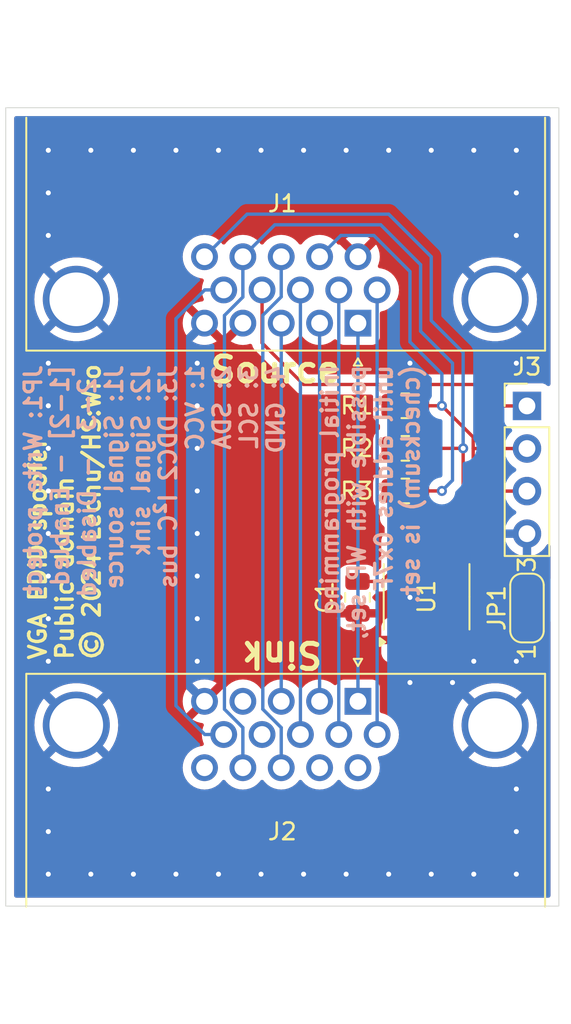
<source format=kicad_pcb>
(kicad_pcb (version 20240108) (generator "pcbnew") (generator_version "8.0")
  (layers (0 "F.Cu" signal) (31 "B.Cu" signal) (34 "B.Paste" user) (35 "F.Paste" user) (36 "B.SilkS" user "B.Silkscreen") (37 "F.SilkS" user "F.Silkscreen") (38 "B.Mask" user) (39 "F.Mask" user) (44 "Edge.Cuts" user))
  (net 0 "")
  (net 1 "+5V")
  (net 2 "SCL")
  (net 3 "SDA")
  (net 4 "GND")
  (net 5 "VSYNC")
  (net 6 "HSYNC")
  (net 12 "/R")
  (net 13 "/B")
  (net 14 "/G")
  (net 15 "/SRTN")
  (net 16 "/RRTN")
  (net 17 "/GRTN")
  (net 18 "/BRTN")
  (net 19 "/WP")
  (footprint "Connector_Dsub:DSUB-15-HD_Female_Horizontal_P2.29x1.98mm_EdgePinOffset8.35mm_Housed_MountingHolesOffset10.89mm" (layer "F.Cu") (at 38.805 55.73)
    (property "Reference" "J2" (at -4.515 7.77 0) (layer "F.SilkS"))
    (property "Value" "DE15_Receptacle_HighDensity_MountingHoles")
    (fp_line (start -19.8 -1.64) (end 11.17 -1.64) (stroke (width 0.12)) (layer "F.SilkS"))
    (fp_line (start -19.8 12.25) (end -19.8 -1.64) (stroke (width 0.12)) (layer "F.SilkS"))
    (fp_line (start -0.25 -2.534338) (end 0.25 -2.534338) (stroke (width 0.12)) (layer "F.SilkS"))
    (fp_line (start 0 -2.101325) (end -0.25 -2.534338) (stroke (width 0.12)) (layer "F.SilkS"))
    (fp_line (start 0.25 -2.534338) (end 0 -2.101325) (stroke (width 0.12)) (layer "F.SilkS"))
    (fp_line (start 11.17 -1.64) (end 11.17 12.25) (stroke (width 0.12)) (layer "F.SilkS"))
    (pad "0" thru_hole circle (at -16.815 1.42) (size 4 4) (drill 3.2) (layers "*.Cu" "*.Mask") (net 4 "GND"))
    (pad "0" thru_hole circle (at 8.185 1.42) (size 4 4) (drill 3.2) (layers "*.Cu" "*.Mask") (net 4 "GND"))
    (pad "1" thru_hole rect (at 0 0) (size 1.6 1.6) (drill 1) (layers "*.Cu" "*.Mask") (net 12 "/R"))
    (pad "2" thru_hole circle (at -2.29 0) (size 1.6 1.6) (drill 1) (layers "*.Cu" "*.Mask") (net 14 "/G"))
    (pad "3" thru_hole circle (at -4.58 0) (size 1.6 1.6) (drill 1) (layers "*.Cu" "*.Mask") (net 13 "/B"))
    (pad "4" thru_hole circle (at -6.87 0) (size 1.6 1.6) (drill 1) (layers "*.Cu" "*.Mask"))
    (pad "5" thru_hole circle (at -9.16 0) (size 1.6 1.6) (drill 1) (layers "*.Cu" "*.Mask") (net 4 "GND"))
    (pad "6" thru_hole circle (at 1.145 1.98) (size 1.6 1.6) (drill 1) (layers "*.Cu" "*.Mask") (net 16 "/RRTN"))
    (pad "7" thru_hole circle (at -1.145 1.98) (size 1.6 1.6) (drill 1) (layers "*.Cu" "*.Mask") (net 17 "/GRTN"))
    (pad "8" thru_hole circle (at -3.435 1.98) (size 1.6 1.6) (drill 1) (layers "*.Cu" "*.Mask") (net 18 "/BRTN"))
    (pad "9" thru_hole circle (at -5.725 1.98) (size 1.6 1.6) (drill 1) (layers "*.Cu" "*.Mask"))
    (pad "10" thru_hole circle (at -8.015 1.98) (size 1.6 1.6) (drill 1) (layers "*.Cu" "*.Mask") (net 15 "/SRTN"))
    (pad "11" thru_hole circle (at 0 3.96) (size 1.6 1.6) (drill 1) (layers "*.Cu" "*.Mask"))
    (pad "12" thru_hole circle (at -2.29 3.96) (size 1.6 1.6) (drill 1) (layers "*.Cu" "*.Mask"))
    (pad "13" thru_hole circle (at -4.58 3.96) (size 1.6 1.6) (drill 1) (layers "*.Cu" "*.Mask") (net 6 "HSYNC"))
    (pad "14" thru_hole circle (at -6.87 3.96) (size 1.6 1.6) (drill 1) (layers "*.Cu" "*.Mask") (net 5 "VSYNC"))
    (pad "15" thru_hole circle (at -9.16 3.96) (size 1.6 1.6) (drill 1) (layers "*.Cu" "*.Mask"))
  )
  (footprint "Resistor_SMD:R_0805_2012Metric" (layer "F.Cu") (at 41.6325 38.1)
    (property "Reference" "R1" (at -2.8975 0 0) (layer "F.SilkS"))
    (property "Value" "10k")
    (fp_line (start -0.227064 -0.735) (end 0.227064 -0.735) (stroke (width 0.12)) (layer "F.SilkS"))
    (fp_line (start -0.227064 0.735) (end 0.227064 0.735) (stroke (width 0.12)) (layer "F.SilkS"))
    (pad "1" smd roundrect (at -0.9125 0) (size 1.025 1.4) (layers "F.Cu" "F.Paste" "F.Mask") (roundrect_rratio 0.243902) (net 1 "+5V"))
    (pad "2" smd roundrect (at 0.9125 0) (size 1.025 1.4) (layers "F.Cu" "F.Paste" "F.Mask") (roundrect_rratio 0.243902) (net 3 "SDA"))
  )
  (footprint "Resistor_SMD:R_0805_2012Metric" (layer "F.Cu") (at 41.6325 40.64)
    (property "Reference" "R2" (at -2.8975 0 0) (layer "F.SilkS"))
    (property "Value" "10k")
    (fp_line (start -0.227064 -0.735) (end 0.227064 -0.735) (stroke (width 0.12)) (layer "F.SilkS"))
    (fp_line (start -0.227064 0.735) (end 0.227064 0.735) (stroke (width 0.12)) (layer "F.SilkS"))
    (pad "1" smd roundrect (at -0.9125 0) (size 1.025 1.4) (layers "F.Cu" "F.Paste" "F.Mask") (roundrect_rratio 0.243902) (net 1 "+5V"))
    (pad "2" smd roundrect (at 0.9125 0) (size 1.025 1.4) (layers "F.Cu" "F.Paste" "F.Mask") (roundrect_rratio 0.243902) (net 2 "SCL"))
  )
  (footprint "Resistor_SMD:R_0805_2012Metric" (layer "F.Cu") (at 41.6325 43.18)
    (property "Reference" "R3" (at -2.8975 0 0) (layer "F.SilkS"))
    (property "Value" "10k")
    (fp_line (start -0.227064 -0.735) (end 0.227064 -0.735) (stroke (width 0.12)) (layer "F.SilkS"))
    (fp_line (start -0.227064 0.735) (end 0.227064 0.735) (stroke (width 0.12)) (layer "F.SilkS"))
    (pad "1" smd roundrect (at -0.9125 0) (size 1.025 1.4) (layers "F.Cu" "F.Paste" "F.Mask") (roundrect_rratio 0.243902) (net 1 "+5V"))
    (pad "2" smd roundrect (at 0.9125 0) (size 1.025 1.4) (layers "F.Cu" "F.Paste" "F.Mask") (roundrect_rratio 0.243902) (net 5 "VSYNC"))
  )
  (footprint "Capacitor_SMD:C_0805_2012Metric" (layer "F.Cu") (at 38.7775 49.53 -90)
    (property "Reference" "C1" (at 0 1.9475 90) (layer "F.SilkS"))
    (property "Value" "100n")
    (fp_line (start -0.261252 0.735) (end 0.261252 0.735) (stroke (width 0.12)) (layer "F.SilkS"))
    (fp_line (start -0.261252 -0.735) (end 0.261252 -0.735) (stroke (width 0.12)) (layer "F.SilkS"))
    (pad "1" smd roundrect (at -0.95 0 270) (size 1 1.45) (layers "F.Cu" "F.Paste" "F.Mask") (net 1 "+5V"))
    (pad "2" smd roundrect (at 0.95 0 270) (size 1 1.45) (layers "F.Cu" "F.Paste" "F.Mask") (net 4 "GND"))
  )
  (footprint "Package_SO:SO-8_3.9x4.9mm_P1.27mm" (layer "F.Cu") (at 42.9025 49.495 90)
    (property "Reference" "U1" (at 0 0 90) (layer "F.SilkS"))
    (property "Value" "24LCS22A")
    (fp_line (start 0 -2.56) (end 1.95 -2.56) (stroke (width 0.12)) (layer "F.SilkS"))
    (fp_line (start 0 -2.56) (end -1.95 -2.56) (stroke (width 0.12)) (layer "F.SilkS"))
    (fp_line (start 0 2.56) (end 1.95 2.56) (stroke (width 0.12)) (layer "F.SilkS"))
    (fp_line (start 0 2.56) (end -1.95 2.56) (stroke (width 0.12)) (layer "F.SilkS"))
    (fp_poly (pts (xy -2.7 -2.465) (xy -2.94 -2.795) (xy -2.46 -2.795) (xy -2.7 -2.465)) (stroke (width 0.12)) (fill solid) (layer "F.SilkS"))
    (pad "1" smd roundrect (at -2.575 -1.905 90) (size 1.75 0.6) (layers "F.Cu" "F.Paste" "F.Mask") (net 4 "GND"))
    (pad "2" smd roundrect (at -2.575 -0.635 90) (size 1.75 0.6) (layers "F.Cu" "F.Paste" "F.Mask") (net 4 "GND"))
    (pad "3" smd roundrect (at -2.575 0.635 90) (size 1.75 0.6) (layers "F.Cu" "F.Paste" "F.Mask") (net 19 "/WP"))
    (pad "4" smd roundrect (at -2.575 1.905 90) (size 1.75 0.6) (layers "F.Cu" "F.Paste" "F.Mask") (net 4 "GND"))
    (pad "5" smd roundrect (at 2.575 1.905 90) (size 1.75 0.6) (layers "F.Cu" "F.Paste" "F.Mask") (net 3 "SDA"))
    (pad "6" smd roundrect (at 2.575 0.635 90) (size 1.75 0.6) (layers "F.Cu" "F.Paste" "F.Mask") (net 2 "SCL"))
    (pad "7" smd roundrect (at 2.575 -0.635 90) (size 1.75 0.6) (layers "F.Cu" "F.Paste" "F.Mask") (net 5 "VSYNC"))
    (pad "8" smd roundrect (at 2.575 -1.905 90) (size 1.75 0.6) (layers "F.Cu" "F.Paste" "F.Mask") (net 1 "+5V"))
  )
  (footprint "Connector_Dsub:DSUB-15-HD_Male_Horizontal_P2.29x1.98mm_EdgePinOffset8.35mm_Housed_MountingHolesOffset10.89mm" (layer "F.Cu") (at 38.805 33.17 180)
    (property "Reference" "J1" (at 4.515 7.135 0) (layer "F.SilkS"))
    (property "Value" "DE15_Plug_HighDensity_MountingHoles")
    (fp_line (start 19.8 -1.64) (end 19.8 12.25) (stroke (width 0.12)) (layer "F.SilkS"))
    (fp_line (start 0.25 -2.534338) (end 0 -2.101325) (stroke (width 0.12)) (layer "F.SilkS"))
    (fp_line (start 0 -2.101325) (end -0.25 -2.534338) (stroke (width 0.12)) (layer "F.SilkS"))
    (fp_line (start -0.25 -2.534338) (end 0.25 -2.534338) (stroke (width 0.12)) (layer "F.SilkS"))
    (fp_line (start -11.17 12.25) (end -11.17 -1.64) (stroke (width 0.12)) (layer "F.SilkS"))
    (fp_line (start -11.17 -1.64) (end 19.8 -1.64) (stroke (width 0.12)) (layer "F.SilkS"))
    (pad "0" thru_hole circle (at -8.185 1.42 180) (size 4 4) (drill 3.2) (layers "*.Cu" "*.Mask") (net 4 "GND"))
    (pad "0" thru_hole circle (at 16.815 1.42 180) (size 4 4) (drill 3.2) (layers "*.Cu" "*.Mask") (net 4 "GND"))
    (pad "1" thru_hole rect (at 0 0 180) (size 1.6 1.6) (drill 1) (layers "*.Cu" "*.Mask") (net 12 "/R"))
    (pad "2" thru_hole circle (at 2.29 0 180) (size 1.6 1.6) (drill 1) (layers "*.Cu" "*.Mask") (net 14 "/G"))
    (pad "3" thru_hole circle (at 4.58 0 180) (size 1.6 1.6) (drill 1) (layers "*.Cu" "*.Mask") (net 13 "/B"))
    (pad "4" thru_hole circle (at 6.87 0 180) (size 1.6 1.6) (drill 1) (layers "*.Cu" "*.Mask") (net 4 "GND"))
    (pad "5" thru_hole circle (at 9.16 0 180) (size 1.6 1.6) (drill 1) (layers "*.Cu" "*.Mask") (net 4 "GND"))
    (pad "6" thru_hole circle (at -1.145 1.98 180) (size 1.6 1.6) (drill 1) (layers "*.Cu" "*.Mask") (net 16 "/RRTN"))
    (pad "7" thru_hole circle (at 1.145 1.98 180) (size 1.6 1.6) (drill 1) (layers "*.Cu" "*.Mask") (net 17 "/GRTN"))
    (pad "8" thru_hole circle (at 3.435 1.98 180) (size 1.6 1.6) (drill 1) (layers "*.Cu" "*.Mask") (net 18 "/BRTN"))
    (pad "9" thru_hole circle (at 5.725 1.98 180) (size 1.6 1.6) (drill 1) (layers "*.Cu" "*.Mask") (net 1 "+5V"))
    (pad "10" thru_hole circle (at 8.015 1.98 180) (size 1.6 1.6) (drill 1) (layers "*.Cu" "*.Mask") (net 15 "/SRTN"))
    (pad "11" thru_hole circle (at 0 3.96 180) (size 1.6 1.6) (drill 1) (layers "*.Cu" "*.Mask") (net 4 "GND"))
    (pad "12" thru_hole circle (at 2.29 3.96 180) (size 1.6 1.6) (drill 1) (layers "*.Cu" "*.Mask") (net 3 "SDA"))
    (pad "13" thru_hole circle (at 4.58 3.96 180) (size 1.6 1.6) (drill 1) (layers "*.Cu" "*.Mask") (net 6 "HSYNC"))
    (pad "14" thru_hole circle (at 6.87 3.96 180) (size 1.6 1.6) (drill 1) (layers "*.Cu" "*.Mask") (net 5 "VSYNC"))
    (pad "15" thru_hole circle (at 9.16 3.96 180) (size 1.6 1.6) (drill 1) (layers "*.Cu" "*.Mask") (net 2 "SCL"))
  )
  (footprint "Connector_PinHeader_2.54mm:PinHeader_1x04_P2.54mm_Vertical" (layer "F.Cu") (at 48.895 38.11)
    (property "Reference" "J3" (at 0 -2.33 0) (layer "F.SilkS"))
    (property "Value" "Conn_01x04")
    (fp_line (start -1.33 -1.33) (end 0 -1.33) (stroke (width 0.12)) (layer "F.SilkS"))
    (fp_line (start -1.33 0) (end -1.33 -1.33) (stroke (width 0.12)) (layer "F.SilkS"))
    (fp_line (start -1.33 1.27) (end -1.33 8.95) (stroke (width 0.12)) (layer "F.SilkS"))
    (fp_line (start -1.33 1.27) (end 1.33 1.27) (stroke (width 0.12)) (layer "F.SilkS"))
    (fp_line (start -1.33 8.95) (end 1.33 8.95) (stroke (width 0.12)) (layer "F.SilkS"))
    (fp_line (start 1.33 1.27) (end 1.33 8.95) (stroke (width 0.12)) (layer "F.SilkS"))
    (pad "1" thru_hole rect (at 0 0) (size 1.7 1.7) (drill 1) (layers "*.Cu" "*.Mask") (net 1 "+5V"))
    (pad "2" thru_hole oval (at 0 2.54) (size 1.7 1.7) (drill 1) (layers "*.Cu" "*.Mask") (net 3 "SDA"))
    (pad "3" thru_hole oval (at 0 5.08) (size 1.7 1.7) (drill 1) (layers "*.Cu" "*.Mask") (net 2 "SCL"))
    (pad "4" thru_hole oval (at 0 7.62) (size 1.7 1.7) (drill 1) (layers "*.Cu" "*.Mask") (net 4 "GND"))
  )
  (footprint "Jumper:SolderJumper-3_P1.3mm_Bridged12_RoundedPad1.0x1.5mm_NumberLabels" (layer "F.Cu") (at 48.895 50.165 90)
    (property "Reference" "JP1" (at 0 -1.8 90) (layer "F.SilkS"))
    (property "Value" "SolderJumper_3_Bridged12")
    (fp_poly (pts (xy -0.9 -0.3) (xy -0.4 -0.3) (xy -0.4 0.3) (xy -0.9 0.3)) (fill solid) (layer "F.Cu"))
    (fp_line (start -1.4 -1) (end 1.4 -1) (stroke (width 0.12)) (layer "F.SilkS"))
    (fp_line (start 2.05 -0.3) (end 2.05 0.3) (stroke (width 0.12)) (layer "F.SilkS"))
    (fp_line (start -2.05 0.3) (end -2.05 -0.3) (stroke (width 0.12)) (layer "F.SilkS"))
    (fp_line (start 1.4 1) (end -1.4 1) (stroke (width 0.12)) (layer "F.SilkS"))
    (fp_arc (start 1.35 -1) (mid 1.844975 -0.794975) (end 2.05 -0.3) (stroke (width 0.12)) (layer "F.SilkS"))
    (fp_arc (start -2.05 -0.3) (mid -1.844975 -0.794975) (end -1.35 -1) (stroke (width 0.12)) (layer "F.SilkS"))
    (fp_arc (start 2.05 0.3) (mid 1.844975 0.794975) (end 1.35 1) (stroke (width 0.12)) (layer "F.SilkS"))
    (fp_arc (start -1.35 1) (mid -1.844975 0.794975) (end -2.05 0.3) (stroke (width 0.12)) (layer "F.SilkS"))
    (fp_text user "1" (at -2.6 0 90) (layer "F.SilkS"))
    (fp_text user "3" (at 2.6 0 90) (layer "F.SilkS"))
    (pad "1" smd custom (at -1.3 0 90) (size 1 0.5) (layers "F.Cu" "F.Mask") (net 4 "GND") (options (clearance outline) (anchor rect)) (primitives (gr_poly (pts (xy 0.55 0.75) (xy 0 0.75) (xy 0 -0.75) (xy 0.55 -0.75)) (width 0) (fill yes)) (gr_circle (center 0 0.25) (end 0.5 0.25) (width 0) (fill yes)) (gr_circle (center 0 -0.25) (end 0.5 -0.25) (width 0) (fill yes))))
    (pad "2" smd rect (at 0 0 90) (size 1 1.5) (layers "F.Cu" "F.Mask") (net 19 "/WP"))
    (pad "3" smd custom (at 1.3 0 90) (size 1 0.5) (layers "F.Cu" "F.Mask") (net 1 "+5V") (options (clearance outline) (anchor rect)) (primitives (gr_circle (center 0 0.25) (end 0.5 0.25) (width 0) (fill yes)) (gr_circle (center 0 -0.25) (end 0.5 -0.25) (width 0) (fill yes)) (gr_poly (pts (xy 0 0.75) (xy -0.55 0.75) (xy -0.55 -0.75) (xy 0 -0.75)) (width 0) (fill yes))))
  )
  (gr_rect (start 17.78 20.32) (end 50.8 67.945) (stroke (width 0.05)) (fill none) (layer "Edge.Cuts"))
  (gr_text "JP1: Write protect\n[1-2] - Enabled\n 2-3  - Disabled\nJ1: Signal source\nJ2: Signal sink\nJ3: DDC2 I²C bus\n1: VCC\n2: SDA\n3: SCL\n4: GND\n\nInitial programming\npossible with WP set,\nuntil addres 0x7F\n(checksum) is set." (at 42.545 35.56 90) (layer "B.SilkS") (effects (font (size 1 1) (thickness 0.2) (bold yes)) (justify left bottom mirror)))
  (gr_text "Sink" (at 36.83 52.07 180) (layer "F.SilkS") (effects (font (size 1.5 1.5) (thickness 0.3) (bold yes)) (justify left bottom)))
  (gr_text "VGA EDID spoofer\nPublic domain\n© 2024 Lechu/HS:Wro" (at 23.495 53.34 90) (layer "F.SilkS") (effects (font (size 1 1) (thickness 0.2) (bold yes)) (justify left bottom)))
  (gr_text "Source" (at 29.845 36.83 0) (layer "F.SilkS") (effects (font (size 1.5 1.5) (thickness 0.3) (bold yes)) (justify left bottom)))
  (segment (start 38.7775 48.58) (end 40.212499 48.58) (width 0.2) (layer "F.Cu") (net 1))
  (segment (start 40.72 36.83) (end 35.56 36.83) (width 0.2) (layer "F.Cu") (net 1))
  (segment (start 33.08 34.35) (end 35.56 36.83) (width 0.2) (layer "F.Cu") (net 1))
  (segment (start 40.9975 45.085) (end 40.9975 46.92) (width 0.2) (layer "F.Cu") (net 1))
  (segment (start 47 38.11) (end 48.895 38.11) (width 0.2) (layer "F.Cu") (net 1))
  (segment (start 40.212499 48.58) (end 40.9975 47.794999) (width 0.2) (layer "F.Cu") (net 1))
  (segment (start 40.9975 47.794999) (end 40.9975 46.92) (width 0.2) (layer "F.Cu") (net 1))
  (segment (start 40.72 44.8075) (end 40.9975 45.085) (width 0.2) (layer "F.Cu") (net 1))
  (segment (start 45.72 36.83) (end 40.72 36.83) (width 0.2) (layer "F.Cu") (net 1))
  (segment (start 40.72 43.18) (end 40.72 44.8075) (width 0.2) (layer "F.Cu") (net 1))
  (segment (start 45.72 36.83) (end 47 38.11) (width 0.2) (layer "F.Cu") (net 1))
  (segment (start 33.08 31.19) (end 33.08 34.35) (width 0.2) (layer "F.Cu") (net 1))
  (segment (start 40.72 43.18) (end 40.72 40.64) (width 0.2) (layer "F.Cu") (net 1))
  (segment (start 42.067501 48.865) (end 40.9975 47.794999) (width 0.2) (layer "F.Cu") (net 1))
  (segment (start 40.72 40.64) (end 40.72 38.1) (width 0.2) (layer "F.Cu") (net 1))
  (segment (start 42.067501 48.865) (end 48.895 48.865) (width 0.2) (layer "F.Cu") (net 1))
  (segment (start 40.72 38.1) (end 40.72 36.83) (width 0.2) (layer "F.Cu") (net 1))
  (segment (start 44.002501 48.26) (end 43.5375 47.794999) (width 0.2) (layer "F.Cu") (net 2))
  (segment (start 43.5375 44.7275) (end 45.085 43.18) (width 0.2) (layer "F.Cu") (net 2))
  (segment (start 45.085 43.18) (end 45.085 40.64) (width 0.2) (layer "F.Cu") (net 2))
  (segment (start 46.99 46.99) (end 45.72 48.26) (width 0.2) (layer "F.Cu") (net 2))
  (segment (start 43.5375 47.794999) (end 43.5375 46.92) (width 0.2) (layer "F.Cu") (net 2))
  (segment (start 45.72 48.26) (end 44.002501 48.26) (width 0.2) (layer "F.Cu") (net 2))
  (segment (start 48.895 43.19) (end 47 43.19) (width 0.2) (layer "F.Cu") (net 2))
  (segment (start 47 43.19) (end 46.99 43.18) (width 0.2) (layer "F.Cu") (net 2))
  (segment (start 42.545 40.64) (end 45.085 40.64) (width 0.2) (layer "F.Cu") (net 2))
  (segment (start 46.99 43.18) (end 46.99 46.99) (width 0.2) (layer "F.Cu") (net 2))
  (segment (start 43.5375 46.92) (end 43.5375 44.7275) (width 0.2) (layer "F.Cu") (net 2))
  (via (at 45.085 40.64) (size 0.6) (drill 0.3) (layers "F.Cu" "B.Cu") (net 2))
  (segment (start 32.185 26.67) (end 40.64 26.67) (width 0.2) (layer "B.Cu") (net 2))
  (segment (start 40.64 26.67) (end 43.18 29.21) (width 0.2) (layer "B.Cu") (net 2))
  (segment (start 45.085 34.925) (end 45.085 40.64) (width 0.2) (layer "B.Cu") (net 2))
  (segment (start 29.645 29.21) (end 32.185 26.67) (width 0.2) (layer "B.Cu") (net 2))
  (segment (start 43.18 29.21) (end 43.18 33.02) (width 0.2) (layer "B.Cu") (net 2))
  (segment (start 43.18 33.02) (end 45.085 34.925) (width 0.2) (layer "B.Cu") (net 2))
  (segment (start 45.685 39.97) (end 43.815 38.1) (width 0.2) (layer "F.Cu") (net 3))
  (segment (start 44.8075 44.87125) (end 45.685 43.99375) (width 0.2) (layer "F.Cu") (net 3))
  (segment (start 45.695 40.65) (end 45.685 40.64) (width 0.2) (layer "F.Cu") (net 3))
  (segment (start 44.8075 46.92) (end 44.8075 44.87125) (width 0.2) (layer "F.Cu") (net 3))
  (segment (start 42.545 38.1) (end 43.815 38.1) (width 0.2) (layer "F.Cu") (net 3))
  (segment (start 48.895 40.65) (end 45.695 40.65) (width 0.2) (layer "F.Cu") (net 3))
  (segment (start 45.685 43.99375) (end 45.685 40.64) (width 0.2) (layer "F.Cu") (net 3))
  (segment (start 45.685 40.64) (end 45.685 39.97) (width 0.2) (layer "F.Cu") (net 3))
  (via (at 43.815 38.1) (size 0.6) (drill 0.3) (layers "F.Cu" "B.Cu") (net 3))
  (segment (start 41.91 34.29) (end 43.815 36.195) (width 0.2) (layer "B.Cu") (net 3))
  (segment (start 36.515 29.21) (end 37.785 27.94) (width 0.2) (layer "B.Cu") (net 3))
  (segment (start 43.815 36.195) (end 43.815 38.1) (width 0.2) (layer "B.Cu") (net 3))
  (segment (start 39.756814 27.94) (end 41.91 30.093186) (width 0.2) (layer "B.Cu") (net 3))
  (segment (start 41.91 30.093186) (end 41.91 34.29) (width 0.2) (layer "B.Cu") (net 3))
  (segment (start 37.785 27.94) (end 39.756814 27.94) (width 0.2) (layer "B.Cu") (net 3))
  (segment (start 46.0775 52.07) (end 44.8075 52.07) (width 0.2) (layer "F.Cu") (net 4))
  (segment (start 46.6825 51.465) (end 48.895 51.465) (width 0.2) (layer "F.Cu") (net 4))
  (segment (start 46.6825 51.465) (end 46.0775 52.07) (width 0.2) (layer "F.Cu") (net 4))
  (via (at 25.4 22.86) (size 0.6) (drill 0.3) (layers "F.Cu" "B.Cu") (net 4))
  (via (at 25.4 66.04) (size 0.6) (drill 0.3) (layers "F.Cu" "B.Cu") (net 4))
  (via (at 20.32 53.34) (size 0.6) (drill 0.3) (layers "F.Cu" "B.Cu") (net 4))
  (via (at 48.26 53.34) (size 0.6) (drill 0.3) (layers "F.Cu" "B.Cu") (net 4))
  (via (at 20.32 48.26) (size 0.6) (drill 0.3) (layers "F.Cu" "B.Cu") (net 4))
  (via (at 41.91 35.56) (size 0.6) (drill 0.3) (layers "F.Cu" "B.Cu") (net 4))
  (via (at 48.26 22.86) (size 0.6) (drill 0.3) (layers "F.Cu" "B.Cu") (net 4))
  (via (at 43.18 22.86) (size 0.6) (drill 0.3) (layers "F.Cu" "B.Cu") (net 4))
  (via (at 48.26 35.56) (size 0.6) (drill 0.3) (layers "F.Cu" "B.Cu") (net 4))
  (via (at 29.21 40.64) (size 0.6) (drill 0.3) (layers "F.Cu" "B.Cu") (net 4))
  (via (at 20.32 22.86) (size 0.6) (drill 0.3) (layers "F.Cu" "B.Cu") (net 4))
  (via (at 20.32 50.8) (size 0.6) (drill 0.3) (layers "F.Cu" "B.Cu") (net 4))
  (via (at 27.94 66.04) (size 0.6) (drill 0.3) (layers "F.Cu" "B.Cu") (net 4))
  (via (at 29.21 38.1) (size 0.6) (drill 0.3) (layers "F.Cu" "B.Cu") (net 4))
  (via (at 35.56 22.86) (size 0.6) (drill 0.3) (layers "F.Cu" "B.Cu") (net 4))
  (via (at 48.26 60.96) (size 0.6) (drill 0.3) (layers "F.Cu" "B.Cu") (net 4))
  (via (at 29.21 35.56) (size 0.6) (drill 0.3) (layers "F.Cu" "B.Cu") (net 4))
  (via (at 40.64 22.86) (size 0.6) (drill 0.3) (layers "F.Cu" "B.Cu") (net 4))
  (via (at 29.21 48.26) (size 0.6) (drill 0.3) (layers "F.Cu" "B.Cu") (net 4))
  (via (at 44.45 54.61) (size 0.6) (drill 0.3) (layers "F.Cu" "B.Cu") (net 4))
  (via (at 20.32 35.56) (size 0.6) (drill 0.3) (layers "F.Cu" "B.Cu") (net 4))
  (via (at 45.72 53.34) (size 0.6) (drill 0.3) (layers "F.Cu" "B.Cu") (net 4))
  (via (at 30.48 22.86) (size 0.6) (drill 0.3) (layers "F.Cu" "B.Cu") (net 4))
  (via (at 20.32 66.04) (size 0.6) (drill 0.3) (layers "F.Cu" "B.Cu") (net 4))
  (via (at 29.21 45.72) (size 0.6) (drill 0.3) (layers "F.Cu" "B.Cu") (net 4))
  (via (at 27.94 22.86) (size 0.6) (drill 0.3) (layers "F.Cu" "B.Cu") (net 4))
  (via (at 22.86 22.86) (size 0.6) (drill 0.3) (layers "F.Cu" "B.Cu") (net 4))
  (via (at 38.1 66.04) (size 0.6) (drill 0.3) (layers "F.Cu" "B.Cu") (net 4))
  (via (at 45.72 66.04) (size 0.6) (drill 0.3) (layers "F.Cu" "B.Cu") (net 4))
  (via (at 22.86 66.04) (size 0.6) (drill 0.3) (layers "F.Cu" "B.Cu") (net 4))
  (via (at 41.91 49.53) (size 0.6) (drill 0.3) (layers "F.Cu" "B.Cu") (net 4))
  (via (at 38.1 22.86) (size 0.6) (drill 0.3) (layers "F.Cu" "B.Cu") (net 4))
  (via (at 33.02 66.04) (size 0.6) (drill 0.3) (layers "F.Cu" "B.Cu") (net 4))
  (via (at 20.32 38.1) (size 0.6) (drill 0.3) (layers "F.Cu" "B.Cu") (net 4))
  (via (at 40.64 66.04) (size 0.6) (drill 0.3) (layers "F.Cu" "B.Cu") (net 4))
  (via (at 33.02 22.86) (size 0.6) (drill 0.3) (layers "F.Cu" "B.Cu") (net 4))
  (via (at 29.21 50.8) (size 0.6) (drill 0.3) (layers "F.Cu" "B.Cu") (net 4))
  (via (at 45.72 22.86) (size 0.6) (drill 0.3) (layers "F.Cu" "B.Cu") (net 4))
  (via (at 29.21 43.18) (size 0.6) (drill 0.3) (layers "F.Cu" "B.Cu") (net 4))
  (via (at 20.32 63.5) (size 0.6) (drill 0.3) (layers "F.Cu" "B.Cu") (net 4))
  (via (at 35.56 66.04) (size 0.6) (drill 0.3) (layers "F.Cu" "B.Cu") (net 4))
  (via (at 41.91 54.61) (size 0.6) (drill 0.3) (layers "F.Cu" "B.Cu") (net 4))
  (via (at 48.26 25.4) (size 0.6) (drill 0.3) (layers "F.Cu" "B.Cu") (net 4))
  (via (at 48.26 66.04) (size 0.6) (drill 0.3) (layers "F.Cu" "B.Cu") (net 4))
  (via (at 20.32 60.96) (size 0.6) (drill 0.3) (layers "F.Cu" "B.Cu") (net 4))
  (via (at 30.48 66.04) (size 0.6) (drill 0.3) (layers "F.Cu" "B.Cu") (net 4))
  (via (at 48.26 27.94) (size 0.6) (drill 0.3) (layers "F.Cu" "B.Cu") (net 4))
  (via (at 48.26 63.5) (size 0.6) (drill 0.3) (layers "F.Cu" "B.Cu") (net 4))
  (via (at 43.18 66.04) (size 0.6) (drill 0.3) (layers "F.Cu" "B.Cu") (net 4))
  (via (at 20.32 27.94) (size 0.6) (drill 0.3) (layers "F.Cu" "B.Cu") (net 4))
  (via (at 20.32 43.18) (size 0.6) (drill 0.3) (layers "F.Cu" "B.Cu") (net 4))
  (via (at 20.32 40.64) (size 0.6) (drill 0.3) (layers "F.Cu" "B.Cu") (net 4))
  (via (at 20.32 45.72) (size 0.6) (drill 0.3) (layers "F.Cu" "B.Cu") (net 4))
  (via (at 20.32 25.4) (size 0.6) (drill 0.3) (layers "F.Cu" "B.Cu") (net 4))
  (via (at 29.21 53.34) (size 0.6) (drill 0.3) (layers "F.Cu" "B.Cu") (net 4))
  (segment (start 42.545 43.18) (end 42.545 44.8075) (width 0.2) (layer "F.Cu") (net 5))
  (segment (start 42.545 44.8075) (end 42.2675 45.085) (width 0.2) (layer "F.Cu") (net 5))
  (segment (start 42.2675 45.085) (end 42.2675 46.92) (width 0.2) (layer "F.Cu") (net 5))
  (segment (start 42.545 43.18) (end 43.815 43.18) (width 0.2) (layer "F.Cu") (net 5))
  (via (at 43.815 43.18) (size 0.6) (drill 0.3) (layers "F.Cu" "B.Cu") (net 5))
  (segment (start 44.45 35.56) (end 44.45 42.545) (width 0.2) (layer "B.Cu") (net 5))
  (segment (start 42.545 33.655) (end 44.45 35.56) (width 0.2) (layer "B.Cu") (net 5))
  (segment (start 30.835 32.714365) (end 31.935 31.614365) (width 0.2) (layer "B.Cu") (net 5))
  (segment (start 40.16375 27.305) (end 42.545 29.68625) (width 0.2) (layer "B.Cu") (net 5))
  (segment (start 30.835 56.199364) (end 30.835 32.714365) (width 0.2) (layer "B.Cu") (net 5))
  (segment (start 31.935 31.614365) (end 31.935 29.21) (width 0.2) (layer "B.Cu") (net 5))
  (segment (start 31.935 29.21) (end 33.84 27.305) (width 0.2) (layer "B.Cu") (net 5))
  (segment (start 44.45 42.545) (end 43.815 43.18) (width 0.2) (layer "B.Cu") (net 5))
  (segment (start 42.545 29.68625) (end 42.545 33.655) (width 0.2) (layer "B.Cu") (net 5))
  (segment (start 33.84 27.305) (end 40.16375 27.305) (width 0.2) (layer "B.Cu") (net 5))
  (segment (start 31.935 57.299365) (end 31.935 59.69) (width 0.2) (layer "B.Cu") (net 5))
  (segment (start 30.835 56.199364) (end 31.935 57.299365) (width 0.2) (layer "B.Cu") (net 5))
  (segment (start 34.225 57.299365) (end 34.225 59.69) (width 0.2) (layer "B.Cu") (net 6))
  (segment (start 34.225 31.600635) (end 34.225 29.21) (width 0.2) (layer "B.Cu") (net 6))
  (segment (start 33.125 56.199365) (end 33.125 32.700635) (width 0.2) (layer "B.Cu") (net 6))
  (segment (start 33.125 56.199365) (end 34.225 57.299365) (width 0.2) (layer "B.Cu") (net 6))
  (segment (start 33.125 32.700635) (end 34.225 31.600635) (width 0.2) (layer "B.Cu") (net 6))
  (segment (start 38.805 33.17) (end 38.805 55.73) (width 0.2) (layer "B.Cu") (net 12))
  (segment (start 34.225 55.73) (end 34.225 33.17) (width 0.2) (layer "B.Cu") (net 13))
  (segment (start 36.515 55.73) (end 36.515 33.17) (width 0.2) (layer "B.Cu") (net 14))
  (segment (start 27.94 55.99137) (end 27.94 32.90863) (width 0.2) (layer "B.Cu") (net 15))
  (segment (start 29.65863 57.71) (end 27.94 55.99137) (width 0.2) (layer "B.Cu") (net 15))
  (segment (start 30.79 31.19) (end 29.65863 31.19) (width 0.2) (layer "B.Cu") (net 15))
  (segment (start 29.65863 31.19) (end 27.94 32.90863) (width 0.2) (layer "B.Cu") (net 15))
  (segment (start 30.79 57.71) (end 29.65863 57.71) (width 0.2) (layer "B.Cu") (net 15))
  (segment (start 39.95 57.71) (end 39.95 31.19) (width 0.2) (layer "B.Cu") (net 16))
  (segment (start 37.66 57.71) (end 37.66 31.19) (width 0.2) (layer "B.Cu") (net 17))
  (segment (start 35.37 31.19) (end 35.37 57.71) (width 0.2) (layer "B.Cu") (net 18))
  (segment (start 43.5375 51.195001) (end 43.5375 52.07) (width 0.2) (layer "F.Cu") (net 19))
  (segment (start 44.508751 50.223751) (end 43.5375 51.195001) (width 0.2) (layer "F.Cu") (net 19))
  (segment (start 44.508751 50.223751) (end 44.567502 50.165) (width 0.2) (layer "F.Cu") (net 19))
  (segment (start 44.567502 50.165) (end 48.895 50.165) (width 0.2) (layer "F.Cu") (net 19))
  (zone (net 4) (net_name "GND") (layer "F.Cu") (priority 1) (connect_pads (clearance 0.5)) (min_thickness 0.25) (fill yes (thermal_gap 0.5) (thermal_bridge_width 0.5))
    (polygon (pts (xy 50.8 67.945) (xy 17.78 67.945) (xy 17.78 20.32) (xy 50.8 20.32)))
  )
  (zone (net 4) (net_name "GND") (layer "B.Cu") (connect_pads (clearance 0.5)) (min_thickness 0.25) (fill yes (thermal_gap 0.5) (thermal_bridge_width 0.5))
    (polygon (pts (xy 50.8 67.945) (xy 17.78 67.945) (xy 17.78 20.32) (xy 50.8 20.32)))
  )
)
</source>
